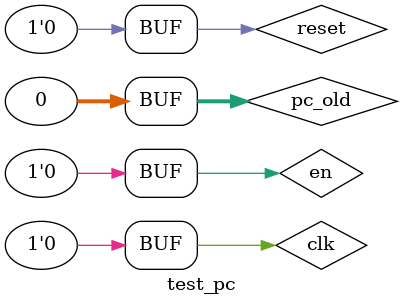
<source format=v>
`timescale 1ns / 1ps


module test_pc;

	// Inputs
	reg [31:0] pc_old;
	reg reset;
	reg clk;
	reg en;

	// Outputs
	wire [31:0] pc_new;

	// Instantiate the Unit Under Test (UUT)
	pc uut (
		.pc_old(pc_old), 
		.pc_new(pc_new), 
		.reset(reset), 
		.clk(clk), 
		.en(en)
	);

	initial begin
		// Initialize Inputs
		pc_old = 0;
		reset = 0;
		clk = 0;
		en = 0;

		// Wait 100 ns for global reset to finish
		#100;
        
		// Add stimulus here

	end
      
endmodule


</source>
